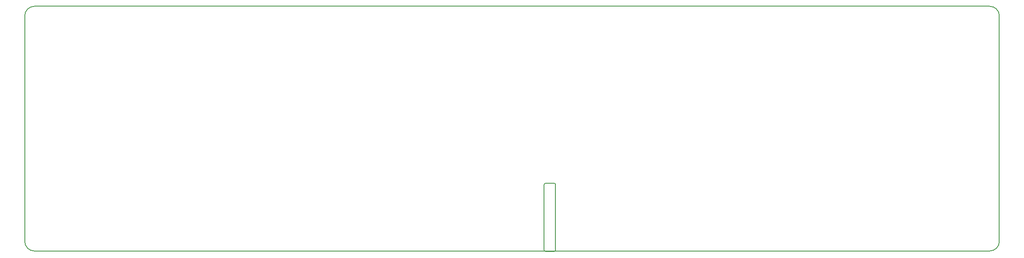
<source format=gbr>
%TF.GenerationSoftware,KiCad,Pcbnew,(6.0.4)*%
%TF.CreationDate,2022-06-28T23:54:07-04:00*%
%TF.ProjectId,satpad,73617470-6164-42e6-9b69-6361645f7063,v1.0.0*%
%TF.SameCoordinates,Original*%
%TF.FileFunction,Profile,NP*%
%FSLAX46Y46*%
G04 Gerber Fmt 4.6, Leading zero omitted, Abs format (unit mm)*
G04 Created by KiCad (PCBNEW (6.0.4)) date 2022-06-28 23:54:07*
%MOMM*%
%LPD*%
G01*
G04 APERTURE LIST*
%TA.AperFunction,Profile*%
%ADD10C,0.150000*%
%TD*%
G04 APERTURE END LIST*
D10*
X-7000000Y-8500000D02*
X191500000Y-8500000D01*
X191500000Y-8500000D02*
G75*
G03*
X193500000Y-6500000I0J2000000D01*
G01*
X193500000Y-6500000D02*
X193500000Y40500000D01*
X193500000Y40500000D02*
G75*
G03*
X191500000Y42500000I-2000000J0D01*
G01*
X191500000Y42500000D02*
X-7000000Y42500000D01*
X-7000000Y42500000D02*
G75*
G03*
X-9000000Y40500000I0J-2000000D01*
G01*
X-9000000Y40500000D02*
X-9000000Y-6500000D01*
X-9000000Y-6500000D02*
G75*
G03*
X-7000000Y-8500000I2000000J0D01*
G01*
%TO.C,REF\u002A\u002A*%
X101300000Y-8300000D02*
X101300000Y5300000D01*
X98900000Y5300000D02*
X98900000Y-8300000D01*
X101000000Y5600000D02*
X99200000Y5600000D01*
X99200000Y-8600000D02*
X101000000Y-8600000D01*
X98900000Y-8300000D02*
G75*
G03*
X99200000Y-8600000I300000J0D01*
G01*
X101000000Y-8600000D02*
G75*
G03*
X101300000Y-8300000I0J300000D01*
G01*
X99200000Y5600000D02*
G75*
G03*
X98900000Y5300000I0J-300000D01*
G01*
X101300000Y5300000D02*
G75*
G03*
X101000000Y5600000I-300000J0D01*
G01*
%TD*%
M02*

</source>
